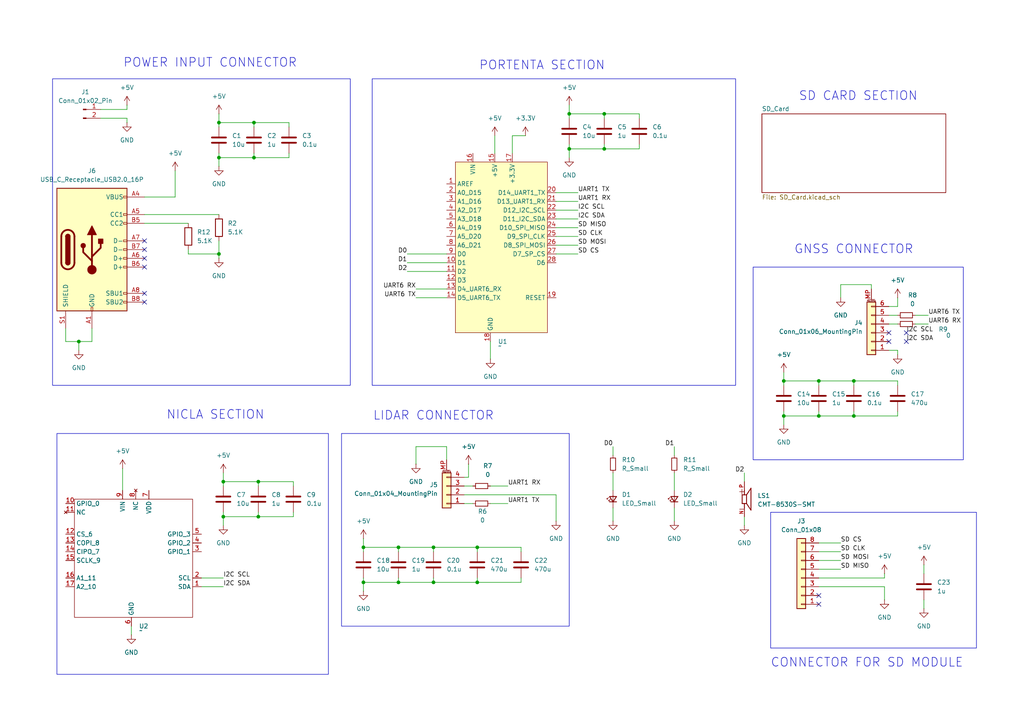
<source format=kicad_sch>
(kicad_sch (version 20231120) (generator "eeschema") (generator_version "8.0")
  (paper "A4")
  (title_block (title "SOTERIA BOARD") (date "14/01/2025") (rev "1.0") (company "UNIVERSITY OF WOLVERHAMPTON"))
  (lib_symbols
    (symbol "ABX00042:Portenta_H7"
      (property "Reference" "U" (at 8.636 22.606 0))
      (symbol "Portenta_H7_1_0"
        (pin power_out line (at 2.54 22.86 270) (length 2.54) (name "+3.3V") (number "17"))
      )
      (symbol "Portenta_H7_1_1"
        (rectangle (start -13.97 20.32) (end 12.7 -29.21) (fill (type background)))
        (pin input line (at -16.51 13.97 0) (length 2.54) (name "AREF") (number "1"))
        (pin bidirectional line (at -16.51 -8.89 0) (length 2.54) (name "D1") (number "10"))
        (pin bidirectional line (at -16.51 -11.43 0) (length 2.54) (name "D2") (number "11"))
        (pin bidirectional line (at -16.51 -13.97 0) (length 2.54) (name "D3") (number "12"))
        (pin bidirectional line (at -16.51 -16.51 0) (length 2.54) (name "D4_UART6_RX") (number "13"))
        (pin bidirectional line (at -16.51 -19.05 0) (length 2.54) (name "D5_UART6_TX") (number "14"))
        (pin power_out line (at -2.54 22.86 270) (length 2.54) (name "+5V") (number "15"))
        (pin input line (at -8.89 22.86 270) (length 2.54) (name "VIN") (number "16"))
        (pin power_in line (at -3.81 -31.75 90) (length 2.54) (name "GND") (number "18"))
        (pin input line (at 15.24 -19.05 180) (length 2.54) (name "RESET") (number "19"))
        (pin bidirectional line (at -16.51 11.43 0) (length 2.54) (name "A0_D15") (number "2"))
        (pin bidirectional line (at 15.24 11.43 180) (length 2.54) (name "D14_UART1_TX") (number "20"))
        (pin bidirectional line (at 15.24 8.89 180) (length 2.54) (name "D13_UART1_RX") (number "21"))
        (pin bidirectional line (at 15.24 6.35 180) (length 2.54) (name "D12_I2C_SCL") (number "22"))
        (pin bidirectional line (at 15.24 3.81 180) (length 2.54) (name "D11_I2C_SDA") (number "23"))
        (pin bidirectional line (at 15.24 1.27 180) (length 2.54) (name "D10_SPI_MISO") (number "24"))
        (pin bidirectional line (at 15.24 -1.27 180) (length 2.54) (name "D9_SPI_CLK") (number "25"))
        (pin bidirectional line (at 15.24 -3.81 180) (length 2.54) (name "D8_SPI_MOSI") (number "26"))
        (pin bidirectional line (at 15.24 -6.35 180) (length 2.54) (name "D7_SP_CS") (number "27"))
        (pin bidirectional line (at 15.24 -8.89 180) (length 2.54) (name "D6") (number "28"))
        (pin bidirectional line (at -16.51 8.89 0) (length 2.54) (name "A1_D16") (number "3"))
        (pin bidirectional line (at -16.51 6.35 0) (length 2.54) (name "A2_D17") (number "4"))
        (pin bidirectional line (at -16.51 3.81 0) (length 2.54) (name "A3_D18") (number "5"))
        (pin bidirectional line (at -16.51 1.27 0) (length 2.54) (name "A4_D19") (number "6"))
        (pin bidirectional line (at -16.51 -1.27 0) (length 2.54) (name "A5_D20") (number "7"))
        (pin bidirectional line (at -16.51 -3.81 0) (length 2.54) (name "A6_D21") (number "8"))
        (pin bidirectional line (at -16.51 -6.35 0) (length 2.54) (name "D0") (number "9"))
      )
    )
    (symbol "CMT-8530S-SMT:CMT-8530S-SMT" (pin_names (offset 1.016))
      (property "Reference" "LS" (at -3.8224 8.919 0))
      (property "Value" "CMT-8530S-SMT" (at -3.8208 -11.4625 0))
      (symbol "CMT-8530S-SMT_0_0"
        (polyline (pts (xy -0.635 -1.27) (xy -0.635 1.27)) (stroke (width 0.254)))
        (polyline (pts (xy -0.635 1.27) (xy 0 1.27)) (stroke (width 0.254)))
        (polyline (pts (xy 0 -1.27) (xy -0.635 -1.27)) (stroke (width 0.254)))
        (polyline (pts (xy 0 -1.27) (xy 0 -2.54)) (stroke (width 0.254)))
        (polyline (pts (xy 0 1.27) (xy 0 2.54)) (stroke (width 0.254)))
        (polyline (pts (xy 0 1.27) (xy 0.635 1.27)) (stroke (width 0.254)))
        (polyline (pts (xy 0.635 -1.27) (xy 0 -1.27)) (stroke (width 0.254)))
        (polyline (pts (xy 0.635 1.27) (xy 0.635 -1.27)) (stroke (width 0.254)))
        (polyline (pts (xy 0.635 1.27) (xy 1.905 3.175)) (stroke (width 0.254)))
        (polyline (pts (xy 1.905 -3.175) (xy 0.635 -1.27)) (stroke (width 0.254)))
        (polyline (pts (xy 1.905 3.175) (xy 1.905 -3.175)) (stroke (width 0.254)))
        (text "+" (at -1.9116 1.2744 0) (effects (font (size 1.7841 1.7841)) (justify left bottom)))
        (text "-" (at -1.9123 -3.8068 0) (effects (font (size 1.7848 1.7848)) (justify left bottom)))
        (pin passive line (at 0 -5.08 90) (length 2.54) (name "~") (number "N"))
        (pin passive line (at 0 5.08 270) (length 2.54) (name "~") (number "P"))
      )
    )
    (symbol "Connector:Conn_01x02_Pin" (pin_names (offset 1.016) hide)
      (property "Reference" "J" (at 0 2.54 0))
      (property "Value" "Conn_01x02_Pin" (at 0 -5.08 0))
      (symbol "Conn_01x02_Pin_1_1"
        (polyline (pts (xy 1.27 -2.54) (xy 0.8636 -2.54)) (stroke (width 0.1524)))
        (polyline (pts (xy 1.27 0) (xy 0.8636 0)) (stroke (width 0.1524)))
        (rectangle (start 0.8636 -2.413) (end 0 -2.667) (stroke (width 0.1524)) (fill (type outline)))
        (rectangle (start 0.8636 0.127) (end 0 -0.127) (stroke (width 0.1524)) (fill (type outline)))
        (pin passive line (at 5.08 0 180) (length 3.81) (name "Pin_1") (number "1"))
        (pin passive line (at 5.08 -2.54 180) (length 3.81) (name "Pin_2") (number "2"))
      )
    )
    (symbol "Connector:USB_C_Receptacle_USB2.0_16P" (pin_names (offset 1.016))
      (property "Reference" "J" (at 0 22.225 0))
      (property "Value" "USB_C_Receptacle_USB2.0_16P" (at 0 19.685 0))
      (symbol "USB_C_Receptacle_USB2.0_16P_0_0"
        (rectangle (start -0.254 -17.78) (end 0.254 -16.764))
        (rectangle (start 10.16 -14.986) (end 9.144 -15.494))
        (rectangle (start 10.16 -12.446) (end 9.144 -12.954))
        (rectangle (start 10.16 -4.826) (end 9.144 -5.334))
        (rectangle (start 10.16 -2.286) (end 9.144 -2.794))
        (rectangle (start 10.16 0.254) (end 9.144 -0.254))
        (rectangle (start 10.16 2.794) (end 9.144 2.286))
        (rectangle (start 10.16 7.874) (end 9.144 7.366))
        (rectangle (start 10.16 10.414) (end 9.144 9.906))
        (rectangle (start 10.16 15.494) (end 9.144 14.986))
      )
      (symbol "USB_C_Receptacle_USB2.0_16P_0_1"
        (rectangle (start -10.16 17.78) (end 10.16 -17.78) (stroke (width 0.254)) (fill (type background)))
        (arc (start -8.89 -3.81) (mid -6.985 -5.7067) (end -5.08 -3.81) (stroke (width 0.508)))
        (arc (start -7.62 -3.81) (mid -6.985 -4.4423) (end -6.35 -3.81) (stroke (width 0.254)))
        (arc (start -7.62 -3.81) (mid -6.985 -4.4423) (end -6.35 -3.81) (stroke (width 0.254)) (fill (type outline)))
        (rectangle (start -7.62 -3.81) (end -6.35 3.81) (stroke (width 0.254)) (fill (type outline)))
        (arc (start -6.35 3.81) (mid -6.985 4.4423) (end -7.62 3.81) (stroke (width 0.254)))
        (arc (start -6.35 3.81) (mid -6.985 4.4423) (end -7.62 3.81) (stroke (width 0.254)) (fill (type outline)))
        (arc (start -5.08 3.81) (mid -6.985 5.7067) (end -8.89 3.81) (stroke (width 0.508)))
        (circle (center -2.54 1.143) (radius 0.635) (stroke (width 0.254)) (fill (type outline)))
        (circle (center 0 -5.842) (radius 1.27) (fill (type outline)))
        (polyline (pts (xy -8.89 -3.81) (xy -8.89 3.81)) (stroke (width 0.508)))
        (polyline (pts (xy -5.08 3.81) (xy -5.08 -3.81)) (stroke (width 0.508)))
        (polyline (pts (xy 0 -5.842) (xy 0 4.318)) (stroke (width 0.508)))
        (polyline (pts (xy 0 -3.302) (xy -2.54 -0.762) (xy -2.54 0.508)) (stroke (width 0.508)))
        (polyline (pts (xy 0 -2.032) (xy 2.54 0.508) (xy 2.54 1.778)) (stroke (width 0.508)))
        (polyline (pts (xy -1.27 4.318) (xy 0 6.858) (xy 1.27 4.318) (xy -1.27 4.318)) (stroke (width 0.254)) (fill (type outline)))
        (rectangle (start 1.905 1.778) (end 3.175 3.048) (stroke (width 0.254)) (fill (type outline)))
      )
      (symbol "USB_C_Receptacle_USB2.0_16P_1_1"
        (pin passive line (at 0 -22.86 90) (length 5.08) (name "GND") (number "A1"))
        (pin passive line (at 0 -22.86 90) (length 5.08) hide (name "GND") (number "A12"))
        (pin passive line (at 15.24 15.24 180) (length 5.08) (name "VBUS") (number "A4"))
        (pin bidirectional line (at 15.24 10.16 180) (length 5.08) (name "CC1") (number "A5"))
        (pin bidirectional line (at 15.24 -2.54 180) (length 5.08) (name "D+") (number "A6"))
        (pin bidirectional line (at 15.24 2.54 180) (length 5.08) (name "D-") (number "A7"))
        (pin bidirectional line (at 15.24 -12.7 180) (length 5.08) (name "SBU1") (number "A8"))
        (pin passive line (at 15.24 15.24 180) (length 5.08) hide (name "VBUS") (number "A9"))
        (pin passive line (at 0 -22.86 90) (length 5.08) hide (name "GND") (number "B1"))
        (pin passive line (at 0 -22.86 90) (length 5.08) hide (name "GND") (number "B12"))
        (pin passive line (at 15.24 15.24 180) (length 5.08) hide (name "VBUS") (number "B4"))
        (pin bidirectional line (at 15.24 7.62 180) (length 5.08) (name "CC2") (number "B5"))
        (pin bidirectional line (at 15.24 -5.08 180) (length 5.08) (name "D+") (number "B6"))
        (pin bidirectional line (at 15.24 0 180) (length 5.08) (name "D-") (number "B7"))
        (pin bidirectional line (at 15.24 -15.24 180) (length 5.08) (name "SBU2") (number "B8"))
        (pin passive line (at 15.24 15.24 180) (length 5.08) hide (name "VBUS") (number "B9"))
        (pin passive line (at -7.62 -22.86 90) (length 5.08) (name "SHIELD") (number "S1"))
      )
    )
    (symbol "Connector_Generic:Conn_01x08" (pin_names (offset 1.016) hide)
      (property "Reference" "J" (at 0 10.16 0))
      (property "Value" "Conn_01x08" (at 0 -12.7 0))
      (symbol "Conn_01x08_1_1"
        (rectangle (start -1.27 -10.033) (end 0 -10.287) (stroke (width 0.1524)))
        (rectangle (start -1.27 -7.493) (end 0 -7.747) (stroke (width 0.1524)))
        (rectangle (start -1.27 -4.953) (end 0 -5.207) (stroke (width 0.1524)))
        (rectangle (start -1.27 -2.413) (end 0 -2.667) (stroke (width 0.1524)))
        (rectangle (start -1.27 0.127) (end 0 -0.127) (stroke (width 0.1524)))
        (rectangle (start -1.27 2.667) (end 0 2.413) (stroke (width 0.1524)))
        (rectangle (start -1.27 5.207) (end 0 4.953) (stroke (width 0.1524)))
        (rectangle (start -1.27 7.747) (end 0 7.493) (stroke (width 0.1524)))
        (rectangle (start -1.27 8.89) (end 1.27 -11.43) (stroke (width 0.254)) (fill (type background)))
        (pin passive line (at -5.08 7.62 0) (length 3.81) (name "Pin_1") (number "1"))
        (pin passive line (at -5.08 5.08 0) (length 3.81) (name "Pin_2") (number "2"))
        (pin passive line (at -5.08 2.54 0) (length 3.81) (name "Pin_3") (number "3"))
        (pin passive line (at -5.08 0 0) (length 3.81) (name "Pin_4") (number "4"))
        (pin passive line (at -5.08 -2.54 0) (length 3.81) (name "Pin_5") (number "5"))
        (pin passive line (at -5.08 -5.08 0) (length 3.81) (name "Pin_6") (number "6"))
        (pin passive line (at -5.08 -7.62 0) (length 3.81) (name "Pin_7") (number "7"))
        (pin passive line (at -5.08 -10.16 0) (length 3.81) (name "Pin_8") (number "8"))
      )
    )
    (symbol "Connector_Generic_MountingPin:Conn_01x04_MountingPin" (pin_names (offset 1.016) hide)
      (property "Reference" "J" (at 0 5.08 0))
      (property "Value" "Conn_01x04_MountingPin" (at 1.27 -7.62 0))
      (symbol "Conn_01x04_MountingPin_1_1"
        (rectangle (start -1.27 -4.953) (end 0 -5.207) (stroke (width 0.1524)))
        (rectangle (start -1.27 -2.413) (end 0 -2.667) (stroke (width 0.1524)))
        (rectangle (start -1.27 0.127) (end 0 -0.127) (stroke (width 0.1524)))
        (rectangle (start -1.27 2.667) (end 0 2.413) (stroke (width 0.1524)))
        (rectangle (start -1.27 3.81) (end 1.27 -6.35) (stroke (width 0.254)) (fill (type background)))
        (polyline (pts (xy -1.016 -7.112) (xy 1.016 -7.112)) (stroke (width 0.1524)))
        (text "Mounting" (at 0 -6.731 0) (effects (font (size 0.381 0.381))))
        (pin passive line (at -5.08 2.54 0) (length 3.81) (name "Pin_1") (number "1"))
        (pin passive line (at -5.08 0 0) (length 3.81) (name "Pin_2") (number "2"))
        (pin passive line (at -5.08 -2.54 0) (length 3.81) (name "Pin_3") (number "3"))
        (pin passive line (at -5.08 -5.08 0) (length 3.81) (name "Pin_4") (number "4"))
        (pin passive line (at 0 -10.16 90) (length 3.048) (name "MountPin") (number "MP"))
      )
    )
    (symbol "Connector_Generic_MountingPin:Conn_01x06_MountingPin" (pin_names (offset 1.016) hide)
      (property "Reference" "J" (at 0 7.62 0))
      (property "Value" "Conn_01x06_MountingPin" (at 1.27 -10.16 0))
      (symbol "Conn_01x06_MountingPin_1_1"
        (rectangle (start -1.27 -7.493) (end 0 -7.747) (stroke (width 0.1524)))
        (rectangle (start -1.27 -4.953) (end 0 -5.207) (stroke (width 0.1524)))
        (rectangle (start -1.27 -2.413) (end 0 -2.667) (stroke (width 0.1524)))
        (rectangle (start -1.27 0.127) (end 0 -0.127) (stroke (width 0.1524)))
        (rectangle (start -1.27 2.667) (end 0 2.413) (stroke (width 0.1524)))
        (rectangle (start -1.27 5.207) (end 0 4.953) (stroke (width 0.1524)))
        (rectangle (start -1.27 6.35) (end 1.27 -8.89) (stroke (width 0.254)) (fill (type background)))
        (polyline (pts (xy -1.016 -9.652) (xy 1.016 -9.652)) (stroke (width 0.1524)))
        (text "Mounting" (at 0 -9.271 0) (effects (font (size 0.381 0.381))))
        (pin passive line (at -5.08 5.08 0) (length 3.81) (name "Pin_1") (number "1"))
        (pin passive line (at -5.08 2.54 0) (length 3.81) (name "Pin_2") (number "2"))
        (pin passive line (at -5.08 0 0) (length 3.81) (name "Pin_3") (number "3"))
        (pin passive line (at -5.08 -2.54 0) (length 3.81) (name "Pin_4") (number "4"))
        (pin passive line (at -5.08 -5.08 0) (length 3.81) (name "Pin_5") (number "5"))
        (pin passive line (at -5.08 -7.62 0) (length 3.81) (name "Pin_6") (number "6"))
        (pin passive line (at 0 -12.7 90) (length 3.048) (name "MountPin") (number "MP"))
      )
    )
    (symbol "Device:C" (pin_numbers hide) (pin_names (offset 0.254))
      (property "Reference" "C" (at 0.635 2.54 0))
      (property "Value" "C" (at 0.635 -2.54 0))
      (symbol "C_0_1"
        (polyline (pts (xy -2.032 -0.762) (xy 2.032 -0.762)) (stroke (width 0.508)))
        (polyline (pts (xy -2.032 0.762) (xy 2.032 0.762)) (stroke (width 0.508)))
      )
      (symbol "C_1_1"
        (pin passive line (at 0 3.81 270) (length 2.794) (name "~") (number "1"))
        (pin passive line (at 0 -3.81 90) (length 2.794) (name "~") (number "2"))
      )
    )
    (symbol "Device:LED_Small" (pin_numbers hide) (pin_names (offset 0.254) hide)
      (property "Reference" "D" (at -1.27 3.175 0))
      (property "Value" "LED_Small" (at -4.445 -2.54 0))
      (symbol "LED_Small_0_1"
        (polyline (pts (xy -0.762 -1.016) (xy -0.762 1.016)) (stroke (width 0.254)))
        (polyline (pts (xy 1.016 0) (xy -0.762 0)))
        (polyline (pts (xy 0.762 -1.016) (xy -0.762 0) (xy 0.762 1.016) (xy 0.762 -1.016)) (stroke (width 0.254)))
        (polyline (pts (xy 0 0.762) (xy -0.508 1.27) (xy -0.254 1.27) (xy -0.508 1.27) (xy -0.508 1.016)))
        (polyline (pts (xy 0.508 1.27) (xy 0 1.778) (xy 0.254 1.778) (xy 0 1.778) (xy 0 1.524)))
      )
      (symbol "LED_Small_1_1"
        (pin passive line (at -2.54 0 0) (length 1.778) (name "K") (number "1"))
        (pin passive line (at 2.54 0 180) (length 1.778) (name "A") (number "2"))
      )
    )
    (symbol "Device:R" (pin_numbers hide) (pin_names (offset 0))
      (property "Reference" "R" (at 2.032 0 90))
      (property "Value" "R" (at 0 0 90))
      (symbol "R_0_1"
        (rectangle (start -1.016 -2.54) (end 1.016 2.54) (stroke (width 0.254)))
      )
      (symbol "R_1_1"
        (pin passive line (at 0 3.81 270) (length 1.27) (name "~") (number "1"))
        (pin passive line (at 0 -3.81 90) (length 1.27) (name "~") (number "2"))
      )
    )
    (symbol "Device:R_Small" (pin_numbers hide) (pin_names (offset 0.254) hide)
      (property "Reference" "R" (at 0.762 0.508 0))
      (property "Value" "R_Small" (at 0.762 -1.016 0))
      (symbol "R_Small_0_1"
        (rectangle (start -0.762 1.778) (end 0.762 -1.778) (stroke (width 0.2032)))
      )
      (symbol "R_Small_1_1"
        (pin passive line (at 0 2.54 270) (length 0.762) (name "~") (number "1"))
        (pin passive line (at 0 -2.54 90) (length 0.762) (name "~") (number "2"))
      )
    )
    (symbol "Nicla:Nicla"
      (property "Reference" "U" (at -13.97 17.78 0))
      (symbol "Nicla_0_1"
        (rectangle (start -16.51 16.51) (end 17.78 -17.78))
      )
      (symbol "Nicla_1_1"
        (pin bidirectional line (at 20.32 -8.89 180) (length 2.54) (name "SDA") (number "1"))
        (pin bidirectional line (at -19.05 15.24 0) (length 2.54) (name "GPIO_0") (number "10"))
        (pin no_connect line (at -19.05 12.7 0) (length 2.54) (name "NC") (number "11"))
        (pin bidirectional line (at -19.05 6.35 0) (length 2.54) (name "CS_6") (number "12"))
        (pin bidirectional line (at -19.05 3.81 0) (length 2.54) (name "COPI_8") (number "13"))
        (pin bidirectional line (at -19.05 1.27 0) (length 2.54) (name "CIPO_7") (number "14"))
        (pin bidirectional line (at -19.05 -1.27 0) (length 2.54) (name "SCLK_9") (number "15"))
        (pin bidirectional line (at -19.05 -6.35 0) (length 2.54) (name "A1_11") (number "16"))
        (pin bidirectional line (at -19.05 -8.89 0) (length 2.54) (name "A2_10") (number "17"))
        (pin bidirectional line (at 20.32 -6.35 180) (length 2.54) (name "SCL") (number "2"))
        (pin bidirectional line (at 20.32 1.27 180) (length 2.54) (name "GPIO_1") (number "3"))
        (pin bidirectional line (at 20.32 3.81 180) (length 2.54) (name "GPIO_2") (number "4"))
        (pin bidirectional line (at 20.32 6.35 180) (length 2.54) (name "GPIO_3") (number "5"))
        (pin power_out line (at 0 -20.32 90) (length 2.54) (name "GND") (number "6"))
        (pin power_out line (at 5.08 19.05 270) (length 2.54) (name "VDD") (number "7"))
        (pin no_connect line (at 1.27 19.05 270) (length 2.54) (name "NC") (number "8"))
        (pin power_in line (at -2.54 19.05 270) (length 2.54) (name "VIN") (number "9"))
      )
    )
    (symbol "power:+3.3V" (power) (pin_numbers hide) (pin_names (offset 0) hide)
      (property "Value" "+3.3V" (at 0 3.556 0))
      (symbol "+3.3V_0_1"
        (polyline (pts (xy -0.762 1.27) (xy 0 2.54)))
        (polyline (pts (xy 0 0) (xy 0 2.54)))
        (polyline (pts (xy 0 2.54) (xy 0.762 1.27)))
      )
      (symbol "+3.3V_1_1"
        (pin power_in line (at 0 0 90) (length 0) (name "~") (number "1"))
      )
    )
    (symbol "power:+5V" (power) (pin_numbers hide) (pin_names (offset 0) hide)
      (property "Value" "+5V" (at 0 3.556 0))
      (symbol "+5V_0_1"
        (polyline (pts (xy -0.762 1.27) (xy 0 2.54)))
        (polyline (pts (xy 0 0) (xy 0 2.54)))
        (polyline (pts (xy 0 2.54) (xy 0.762 1.27)))
      )
      (symbol "+5V_1_1"
        (pin power_in line (at 0 0 90) (length 0) (name "~") (number "1"))
      )
    )
    (symbol "power:GND" (power) (pin_numbers hide) (pin_names (offset 0) hide)
      (property "Value" "GND" (at 0 -3.81 0))
      (symbol "GND_0_1"
        (polyline (pts (xy 0 0) (xy 0 -1.27) (xy 1.27 -1.27) (xy 0 -2.54) (xy -1.27 -1.27) (xy 0 -1.27)))
      )
      (symbol "GND_1_1"
        (pin power_in line (at 0 0 270) (length 0) (name "~") (number "1"))
      )
    )
  )
  (junction (at 74.93 139.7))
  (junction (at 64.77 149.86))
  (junction (at 237.49 110.49))
  (junction (at 105.41 158.75))
  (junction (at 138.43 168.91))
  (junction (at 138.43 158.75))
  (junction (at 73.66 45.72))
  (junction (at 115.57 168.91))
  (junction (at 175.26 43.18))
  (junction (at 237.49 120.65))
  (junction (at 247.65 120.65))
  (junction (at 74.93 149.86))
  (junction (at 63.5 35.56))
  (junction (at 227.33 120.65))
  (junction (at 247.65 110.49))
  (junction (at 165.1 33.02))
  (junction (at 73.66 35.56))
  (junction (at 63.5 73.66))
  (junction (at 115.57 158.75))
  (junction (at 165.1 43.18))
  (junction (at 227.33 110.49))
  (junction (at 125.73 158.75))
  (junction (at 64.77 139.7))
  (junction (at 125.73 168.91))
  (junction (at 105.41 168.91))
  (junction (at 63.5 45.72))
  (junction (at 22.86 99.06))
  (junction (at 175.26 33.02))
  (no_connect (at 257.81 96.52))
  (no_connect (at 262.89 99.06))
  (no_connect (at 41.91 72.39))
  (no_connect (at 41.91 77.47))
  (no_connect (at 237.49 172.72))
  (no_connect (at 237.49 175.26))
  (no_connect (at 41.91 87.63))
  (no_connect (at 41.91 85.09))
  (no_connect (at 41.91 69.85))
  (no_connect (at 41.91 74.93))
  (no_connect (at 262.89 96.52))
  (no_connect (at 257.81 99.06))
  (wire (pts (xy 64.77 139.7) (xy 64.77 140.97)))
  (wire (pts (xy 143.51 39.37) (xy 143.51 44.45)))
  (wire (pts (xy 74.93 149.86) (xy 64.77 149.86)))
  (wire (pts (xy 260.35 120.65) (xy 247.65 120.65)))
  (wire (pts (xy 64.77 137.16) (xy 64.77 139.7)))
  (wire (pts (xy 227.33 120.65) (xy 227.33 123.19)))
  (wire (pts (xy 58.42 170.18) (xy 64.77 170.18)))
  (wire (pts (xy 161.29 151.13) (xy 161.29 143.51)))
  (wire (pts (xy 22.86 99.06) (xy 26.67 99.06)))
  (wire (pts (xy 237.49 110.49) (xy 227.33 110.49)))
  (wire (pts (xy 185.42 43.18) (xy 175.26 43.18)))
  (wire (pts (xy 161.29 68.58) (xy 167.64 68.58)))
  (wire (pts (xy 161.29 73.66) (xy 167.64 73.66)))
  (wire (pts (xy 175.26 43.18) (xy 165.1 43.18)))
  (wire (pts (xy 105.41 168.91) (xy 105.41 171.45)))
  (wire (pts (xy 237.49 162.56) (xy 243.84 162.56)))
  (wire (pts (xy 148.59 39.37) (xy 152.4 39.37)))
  (wire (pts (xy 138.43 167.64) (xy 138.43 168.91)))
  (wire (pts (xy 58.42 167.64) (xy 64.77 167.64)))
  (wire (pts (xy 257.81 93.98) (xy 260.35 93.98)))
  (wire (pts (xy 260.35 111.76) (xy 260.35 110.49)))
  (wire (pts (xy 129.54 133.35) (xy 129.54 129.54)))
  (wire (pts (xy 161.29 71.12) (xy 167.64 71.12)))
  (wire (pts (xy 83.82 35.56) (xy 73.66 35.56)))
  (wire (pts (xy 74.93 139.7) (xy 64.77 139.7)))
  (wire (pts (xy 118.11 76.2) (xy 129.54 76.2)))
  (wire (pts (xy 38.1 181.61) (xy 38.1 184.15)))
  (wire (pts (xy 256.54 170.18) (xy 237.49 170.18)))
  (wire (pts (xy 125.73 167.64) (xy 125.73 168.91)))
  (wire (pts (xy 125.73 168.91) (xy 115.57 168.91)))
  (wire (pts (xy 151.13 167.64) (xy 151.13 168.91)))
  (wire (pts (xy 175.26 33.02) (xy 165.1 33.02)))
  (wire (pts (xy 175.26 34.29) (xy 175.26 33.02)))
  (wire (pts (xy 85.09 149.86) (xy 74.93 149.86)))
  (wire (pts (xy 115.57 160.02) (xy 115.57 158.75)))
  (wire (pts (xy 161.29 55.88) (xy 167.64 55.88)))
  (wire (pts (xy 247.65 111.76) (xy 247.65 110.49)))
  (wire (pts (xy 54.61 72.39) (xy 54.61 73.66)))
  (wire (pts (xy 63.5 35.56) (xy 63.5 36.83)))
  (wire (pts (xy 115.57 158.75) (xy 105.41 158.75)))
  (wire (pts (xy 73.66 44.45) (xy 73.66 45.72)))
  (wire (pts (xy 161.29 143.51) (xy 134.62 143.51)))
  (wire (pts (xy 73.66 45.72) (xy 63.5 45.72)))
  (wire (pts (xy 148.59 44.45) (xy 148.59 39.37)))
  (wire (pts (xy 256.54 173.99) (xy 256.54 170.18)))
  (wire (pts (xy 134.62 140.97) (xy 137.16 140.97)))
  (wire (pts (xy 256.54 167.64) (xy 237.49 167.64)))
  (wire (pts (xy 237.49 120.65) (xy 227.33 120.65)))
  (wire (pts (xy 265.43 91.44) (xy 269.24 91.44)))
  (wire (pts (xy 19.05 99.06) (xy 22.86 99.06)))
  (wire (pts (xy 118.11 73.66) (xy 129.54 73.66)))
  (wire (pts (xy 64.77 149.86) (xy 64.77 152.4)))
  (wire (pts (xy 26.67 99.06) (xy 26.67 95.25)))
  (wire (pts (xy 227.33 119.38) (xy 227.33 120.65)))
  (wire (pts (xy 195.58 129.54) (xy 195.58 132.08)))
  (wire (pts (xy 105.41 158.75) (xy 105.41 160.02)))
  (wire (pts (xy 115.57 168.91) (xy 105.41 168.91)))
  (wire (pts (xy 175.26 41.91) (xy 175.26 43.18)))
  (wire (pts (xy 265.43 93.98) (xy 269.24 93.98)))
  (wire (pts (xy 256.54 166.37) (xy 256.54 167.64)))
  (wire (pts (xy 118.11 78.74) (xy 129.54 78.74)))
  (wire (pts (xy 227.33 110.49) (xy 227.33 111.76)))
  (wire (pts (xy 35.56 135.89) (xy 35.56 142.24)))
  (wire (pts (xy 165.1 33.02) (xy 165.1 34.29)))
  (wire (pts (xy 125.73 158.75) (xy 115.57 158.75)))
  (wire (pts (xy 19.05 95.25) (xy 19.05 99.06)))
  (wire (pts (xy 50.8 57.15) (xy 50.8 49.53)))
  (wire (pts (xy 36.83 34.29) (xy 36.83 35.56)))
  (wire (pts (xy 36.83 31.75) (xy 29.21 31.75)))
  (wire (pts (xy 138.43 158.75) (xy 125.73 158.75)))
  (wire (pts (xy 267.97 163.83) (xy 267.97 166.37)))
  (wire (pts (xy 165.1 41.91) (xy 165.1 43.18)))
  (wire (pts (xy 105.41 156.21) (xy 105.41 158.75)))
  (wire (pts (xy 142.24 140.97) (xy 147.32 140.97)))
  (wire (pts (xy 41.91 62.23) (xy 63.5 62.23)))
  (wire (pts (xy 165.1 30.48) (xy 165.1 33.02)))
  (wire (pts (xy 185.42 33.02) (xy 175.26 33.02)))
  (wire (pts (xy 260.35 86.36) (xy 260.35 88.9)))
  (wire (pts (xy 260.35 110.49) (xy 247.65 110.49)))
  (wire (pts (xy 85.09 139.7) (xy 74.93 139.7)))
  (wire (pts (xy 73.66 36.83) (xy 73.66 35.56)))
  (wire (pts (xy 63.5 74.93) (xy 63.5 73.66)))
  (wire (pts (xy 161.29 66.04) (xy 167.64 66.04)))
  (wire (pts (xy 177.8 129.54) (xy 177.8 132.08)))
  (wire (pts (xy 237.49 160.02) (xy 243.84 160.02)))
  (wire (pts (xy 135.89 134.62) (xy 135.89 138.43)))
  (wire (pts (xy 142.24 146.05) (xy 147.32 146.05)))
  (wire (pts (xy 29.21 34.29) (xy 36.83 34.29)))
  (wire (pts (xy 64.77 148.59) (xy 64.77 149.86)))
  (wire (pts (xy 85.09 148.59) (xy 85.09 149.86)))
  (wire (pts (xy 74.93 140.97) (xy 74.93 139.7)))
  (wire (pts (xy 247.65 119.38) (xy 247.65 120.65)))
  (wire (pts (xy 252.73 83.82) (xy 252.73 82.55)))
  (wire (pts (xy 41.91 57.15) (xy 50.8 57.15)))
  (wire (pts (xy 142.24 99.06) (xy 142.24 104.14)))
  (wire (pts (xy 260.35 101.6) (xy 257.81 101.6)))
  (wire (pts (xy 125.73 160.02) (xy 125.73 158.75)))
  (wire (pts (xy 138.43 168.91) (xy 125.73 168.91)))
  (wire (pts (xy 177.8 137.16) (xy 177.8 142.24)))
  (wire (pts (xy 161.29 58.42) (xy 167.64 58.42)))
  (wire (pts (xy 247.65 110.49) (xy 237.49 110.49)))
  (wire (pts (xy 41.91 64.77) (xy 54.61 64.77)))
  (wire (pts (xy 134.62 146.05) (xy 137.16 146.05)))
  (wire (pts (xy 151.13 160.02) (xy 151.13 158.75)))
  (wire (pts (xy 260.35 102.87) (xy 260.35 101.6)))
  (wire (pts (xy 260.35 119.38) (xy 260.35 120.65)))
  (wire (pts (xy 165.1 43.18) (xy 165.1 45.72)))
  (wire (pts (xy 243.84 82.55) (xy 243.84 86.36)))
  (wire (pts (xy 22.86 99.06) (xy 22.86 101.6)))
  (wire (pts (xy 63.5 33.02) (xy 63.5 35.56)))
  (wire (pts (xy 129.54 129.54) (xy 120.65 129.54)))
  (wire (pts (xy 54.61 73.66) (xy 63.5 73.66)))
  (wire (pts (xy 237.49 157.48) (xy 243.84 157.48)))
  (wire (pts (xy 83.82 45.72) (xy 73.66 45.72)))
  (wire (pts (xy 73.66 35.56) (xy 63.5 35.56)))
  (wire (pts (xy 151.13 168.91) (xy 138.43 168.91)))
  (wire (pts (xy 247.65 120.65) (xy 237.49 120.65)))
  (wire (pts (xy 227.33 107.95) (xy 227.33 110.49)))
  (wire (pts (xy 63.5 45.72) (xy 63.5 48.26)))
  (wire (pts (xy 237.49 119.38) (xy 237.49 120.65)))
  (wire (pts (xy 215.9 149.86) (xy 215.9 152.4)))
  (wire (pts (xy 63.5 73.66) (xy 63.5 69.85)))
  (wire (pts (xy 120.65 129.54) (xy 120.65 134.62)))
  (wire (pts (xy 115.57 167.64) (xy 115.57 168.91)))
  (wire (pts (xy 161.29 63.5) (xy 167.64 63.5)))
  (wire (pts (xy 105.41 167.64) (xy 105.41 168.91)))
  (wire (pts (xy 36.83 30.48) (xy 36.83 31.75)))
  (wire (pts (xy 63.5 44.45) (xy 63.5 45.72)))
  (wire (pts (xy 185.42 34.29) (xy 185.42 33.02)))
  (wire (pts (xy 74.93 148.59) (xy 74.93 149.86)))
  (wire (pts (xy 138.43 160.02) (xy 138.43 158.75)))
  (wire (pts (xy 135.89 138.43) (xy 134.62 138.43)))
  (wire (pts (xy 195.58 137.16) (xy 195.58 142.24)))
  (wire (pts (xy 237.49 165.1) (xy 243.84 165.1)))
  (wire (pts (xy 151.13 158.75) (xy 138.43 158.75)))
  (wire (pts (xy 161.29 60.96) (xy 167.64 60.96)))
  (wire (pts (xy 215.9 137.16) (xy 215.9 139.7)))
  (wire (pts (xy 257.81 91.44) (xy 260.35 91.44)))
  (wire (pts (xy 260.35 88.9) (xy 257.81 88.9)))
  (wire (pts (xy 177.8 147.32) (xy 177.8 151.13)))
  (wire (pts (xy 83.82 36.83) (xy 83.82 35.56)))
  (wire (pts (xy 237.49 111.76) (xy 237.49 110.49)))
  (wire (pts (xy 120.65 86.36) (xy 129.54 86.36)))
  (wire (pts (xy 267.97 173.99) (xy 267.97 176.53)))
  (wire (pts (xy 83.82 44.45) (xy 83.82 45.72)))
  (wire (pts (xy 120.65 83.82) (xy 129.54 83.82)))
  (wire (pts (xy 185.42 41.91) (xy 185.42 43.18)))
  (wire (pts (xy 85.09 140.97) (xy 85.09 139.7)))
  (wire (pts (xy 252.73 82.55) (xy 243.84 82.55)))
  (wire (pts (xy 195.58 147.32) (xy 195.58 151.13)))
  (rectangle (start 107.95 22.86) (end 213.36 111.76))
  (rectangle (start 99.06 125.73) (end 165.1 181.61))
  (rectangle (start 16.51 125.73) (end 95.25 195.58))
  (rectangle (start 218.44 77.47) (end 279.4 133.35))
  (rectangle (start 15.24 22.86) (end 101.6 111.76))
  (text_box "" (at 223.52 148.59 0) (size 59.69 39.37) (effects (font (size 1.27 1.27)) (justify left top)))
  (text "NICLA SECTION\n" (at 62.484 120.396 0) (effects (font (size 2.54 2.54))))
  (text "POWER INPUT CONNECTOR\n" (at 60.96 18.288 0) (effects (font (size 2.54 2.54))))
  (text "LIDAR CONNECTOR\n" (at 125.73 120.65 0) (effects (font (size 2.54 2.54))))
  (text "PORTENTA SECTION\n" (at 157.226 19.05 0) (effects (font (size 2.54 2.54))))
  (text "SD CARD SECTION\n" (at 248.92 27.94 0) (effects (font (size 2.54 2.54))))
  (text "GNSS CONNECTOR\n" (at 247.65 72.39 0) (effects (font (size 2.54 2.54))))
  (text "CONNECTOR FOR SD MODULE" (at 251.46 192.278 0) (effects (font (size 2.54 2.54))))
  (label "I2C SDA" (at 262.89 99.06 0))
  (label "UART1 RX" (at 167.64 58.42 0))
  (label "SD MISO" (at 243.84 165.1 0))
  (label "D0" (at 177.8 129.54 180))
  (label "UART1 RX" (at 147.32 140.97 0))
  (label "I2C SDA" (at 167.64 63.5 0))
  (label "D2" (at 215.9 137.16 180))
  (label "I2C SDA" (at 64.77 170.18 0))
  (label "UART6 RX" (at 269.24 93.98 0))
  (label "SD MOSI" (at 167.64 71.12 0))
  (label "D1" (at 118.11 76.2 180))
  (label "UART6 TX" (at 269.24 91.44 0))
  (label "UART6 TX" (at 120.65 86.36 180))
  (label "I2C SCL" (at 64.77 167.64 0))
  (label "D1" (at 195.58 129.54 180))
  (label "UART1 TX" (at 147.32 146.05 0))
  (label "I2C SCL" (at 262.89 96.52 0))
  (label "SD MOSI" (at 243.84 162.56 0))
  (label "SD CS" (at 167.64 73.66 0))
  (label "UART6 RX" (at 120.65 83.82 180))
  (label "SD CS" (at 243.84 157.48 0))
  (label "D2" (at 118.11 78.74 180))
  (label "I2C SCL" (at 167.64 60.96 0))
  (label "UART1 TX" (at 167.64 55.88 0))
  (label "SD MISO" (at 167.64 66.04 0))
  (label "D0" (at 118.11 73.66 180))
  (label "SD CLK" (at 243.84 160.02 0))
  (label "SD CLK" (at 167.64 68.58 0))
  (symbol (lib_id "power:+5V") (at 63.5 33.02 0) (unit 1)
    (property "Reference" "#PWR04" (effects (hide yes)))
    (property "Value" "+5V" (at 63.5 27.94 0))
    (property "Description" "Power symbol creates a global label with name \"+5V\"" (effects (hide yes)))
  )
  (symbol (lib_id "ABX00042:Portenta_H7") (at 146.05 67.31 0) (unit 1)
    (property "Reference" "U1" (at 144.4341 99.06 0) (effects (justify left)))
    (property "Value" "~" (at 144.4341 100.33 0) (effects (justify left)))
    (property "Footprint" "ABX00042:Portenta_H7" (effects (hide yes)))
  )
  (symbol (lib_id "power:+3.3V") (at 152.4 39.37 0) (unit 1)
    (property "Reference" "#PWR016" (effects (hide yes)))
    (property "Value" "+3.3V" (at 152.4 34.29 0))
    (property "Description" "Power symbol creates a global label with name \"+3.3V\"" (effects (hide yes)))
  )
  (symbol (lib_id "power:GND") (at 64.77 152.4 0) (unit 1)
    (property "Reference" "#PWR015" (effects (hide yes)))
    (property "Value" "GND" (at 64.77 157.48 0))
    (property "Description" "Power symbol creates a global label with name \"GND\" , ground" (effects (hide yes)))
  )
  (symbol (lib_id "power:+5V") (at 227.33 107.95 0) (unit 1)
    (property "Reference" "#PWR032" (effects (hide yes)))
    (property "Value" "+5V" (at 227.33 102.87 0))
    (property "Description" "Power symbol creates a global label with name \"+5V\"" (effects (hide yes)))
  )
  (symbol (lib_id "Device:C") (at 175.26 38.1 0) (unit 1)
    (property "Reference" "C5" (at 179.07 36.8299 0) (effects (justify left)))
    (property "Value" "1u" (at 179.07 39.3699 0) (effects (justify left)))
    (property "Footprint" "Capacitor_SMD:C_0805_2012Metric" (effects (hide yes)))
    (property "Description" "Unpolarized capacitor" (effects (hide yes)))
  )
  (symbol (lib_id "power:GND") (at 63.5 74.93 0) (unit 1)
    (property "Reference" "#PWR02" (effects (hide yes)))
    (property "Value" "GND" (at 63.5 80.01 0))
    (property "Description" "Power symbol creates a global label with name \"GND\" , ground" (effects (hide yes)))
  )
  (symbol (lib_id "Device:R_Small") (at 139.7 146.05 270) (unit 1)
    (property "Reference" "R6" (at 139.954 148.336 90))
    (property "Value" "0" (at 139.954 150.876 90))
    (property "Footprint" "Resistor_SMD:R_0805_2012Metric" (effects (hide yes)))
    (property "Description" "Resistor, small symbol" (effects (hide yes)))
  )
  (symbol (lib_id "Device:LED_Small") (at 195.58 144.78 90) (unit 1) (on_board no)
    (property "Reference" "D2" (at 198.12 143.4464 90) (effects (justify right)))
    (property "Value" "LED_Small" (at 198.12 145.9864 90) (effects (justify right)))
    (property "Footprint" "LED_SMD:LED_0805_2012Metric" (effects (hide yes)))
    (property "Description" "Light emitting diode, small symbol" (effects (hide yes)))
  )
  (symbol (lib_id "power:GND") (at 22.86 101.6 0) (unit 1)
    (property "Reference" "#PWR01" (effects (hide yes)))
    (property "Value" "GND" (at 22.86 106.68 0))
    (property "Description" "Power symbol creates a global label with name \"GND\" , ground" (effects (hide yes)))
  )
  (symbol (lib_id "Device:C") (at 237.49 115.57 0) (unit 1)
    (property "Reference" "C15" (at 241.3 114.2999 0) (effects (justify left)))
    (property "Value" "1u" (at 241.3 116.8399 0) (effects (justify left)))
    (property "Footprint" "Capacitor_SMD:C_0805_2012Metric" (effects (hide yes)))
    (property "Description" "Unpolarized capacitor" (effects (hide yes)))
  )
  (symbol (lib_id "Device:C") (at 63.5 40.64 0) (unit 1)
    (property "Reference" "C1" (at 67.31 39.3699 0) (effects (justify left)))
    (property "Value" "10u" (at 67.31 41.9099 0) (effects (justify left)))
    (property "Footprint" "Capacitor_SMD:C_0805_2012Metric" (effects (hide yes)))
    (property "Description" "Unpolarized capacitor" (effects (hide yes)))
  )
  (symbol (lib_id "Device:C") (at 267.97 170.18 0) (unit 1)
    (property "Reference" "C23" (at 271.78 168.9099 0) (effects (justify left)))
    (property "Value" "1u" (at 271.78 171.4499 0) (effects (justify left)))
    (property "Footprint" "Capacitor_SMD:C_0805_2012Metric" (effects (hide yes)))
    (property "Description" "Unpolarized capacitor" (effects (hide yes)))
  )
  (symbol (lib_id "power:+5V") (at 143.51 39.37 0) (unit 1)
    (property "Reference" "#PWR06" (effects (hide yes)))
    (property "Value" "+5V" (at 143.51 34.29 0))
    (property "Description" "Power symbol creates a global label with name \"+5V\"" (effects (hide yes)))
  )
  (symbol (lib_id "power:+5V") (at 165.1 30.48 0) (unit 1)
    (property "Reference" "#PWR012" (effects (hide yes)))
    (property "Value" "+5V" (at 165.1 25.4 0))
    (property "Description" "Power symbol creates a global label with name \"+5V\"" (effects (hide yes)))
  )
  (symbol (lib_id "Device:R") (at 63.5 66.04 0) (unit 1)
    (property "Reference" "R2" (at 66.04 64.7699 0) (effects (justify left)))
    (property "Value" "5.1K" (at 66.04 67.3099 0) (effects (justify left)))
    (property "Footprint" "Resistor_SMD:R_0805_2012Metric" (effects (hide yes)))
    (property "Description" "Resistor" (effects (hide yes)))
  )
  (symbol (lib_id "Device:C") (at 83.82 40.64 0) (unit 1)
    (property "Reference" "C3" (at 87.63 39.3699 0) (effects (justify left)))
    (property "Value" "0.1u" (at 87.63 41.9099 0) (effects (justify left)))
    (property "Footprint" "Capacitor_SMD:C_0805_2012Metric" (effects (hide yes)))
    (property "Description" "Unpolarized capacitor" (effects (hide yes)))
  )
  (symbol (lib_id "power:GND") (at 256.54 173.99 0) (unit 1)
    (property "Reference" "#PWR041" (effects (hide yes)))
    (property "Value" "GND" (at 256.54 179.07 0))
    (property "Description" "Power symbol creates a global label with name \"GND\" , ground" (effects (hide yes)))
  )
  (symbol (lib_id "Device:C") (at 73.66 40.64 0) (unit 1)
    (property "Reference" "C2" (at 77.47 39.3699 0) (effects (justify left)))
    (property "Value" "1u" (at 77.47 41.9099 0) (effects (justify left)))
    (property "Footprint" "Capacitor_SMD:C_0805_2012Metric" (effects (hide yes)))
    (property "Description" "Unpolarized capacitor" (effects (hide yes)))
  )
  (symbol (lib_id "power:GND") (at 142.24 104.14 0) (unit 1)
    (property "Reference" "#PWR07" (effects (hide yes)))
    (property "Value" "GND" (at 142.24 109.22 0))
    (property "Description" "Power symbol creates a global label with name \"GND\" , ground" (effects (hide yes)))
  )
  (symbol (lib_id "Device:C") (at 151.13 163.83 0) (unit 1)
    (property "Reference" "C22" (at 154.94 162.5599 0) (effects (justify left)))
    (property "Value" "470u" (at 154.94 165.0999 0) (effects (justify left)))
    (property "Footprint" "Capacitor_THT:CP_Radial_D5.0mm_P2.50mm" (effects (hide yes)))
    (property "Description" "Unpolarized capacitor" (effects (hide yes)))
  )
  (symbol (lib_id "power:+5V") (at 64.77 137.16 0) (unit 1)
    (property "Reference" "#PWR014" (effects (hide yes)))
    (property "Value" "+5V" (at 64.77 132.08 0))
    (property "Description" "Power symbol creates a global label with name \"+5V\"" (effects (hide yes)))
  )
  (symbol (lib_id "Device:C") (at 138.43 163.83 0) (unit 1)
    (property "Reference" "C21" (at 142.24 162.5599 0) (effects (justify left)))
    (property "Value" "470u" (at 142.24 165.0999 0) (effects (justify left)))
    (property "Footprint" "Capacitor_THT:CP_Radial_D5.0mm_P2.50mm" (effects (hide yes)))
    (property "Description" "Unpolarized capacitor" (effects (hide yes)))
  )
  (symbol (lib_id "Device:C") (at 227.33 115.57 0) (unit 1)
    (property "Reference" "C14" (at 231.14 114.2999 0) (effects (justify left)))
    (property "Value" "10u" (at 231.14 116.8399 0) (effects (justify left)))
    (property "Footprint" "Capacitor_SMD:C_0805_2012Metric" (effects (hide yes)))
    (property "Description" "Unpolarized capacitor" (effects (hide yes)))
  )
  (symbol (lib_id "power:GND") (at 227.33 123.19 0) (unit 1)
    (property "Reference" "#PWR033" (effects (hide yes)))
    (property "Value" "GND" (at 227.33 128.27 0))
    (property "Description" "Power symbol creates a global label with name \"GND\" , ground" (effects (hide yes)))
  )
  (symbol (lib_id "power:GND") (at 260.35 102.87 0) (unit 1)
    (property "Reference" "#PWR029" (effects (hide yes)))
    (property "Value" "GND" (at 260.35 107.95 0))
    (property "Description" "Power symbol creates a global label with name \"GND\" , ground" (effects (hide yes)))
  )
  (symbol (lib_id "Device:R_Small") (at 177.8 134.62 0) (unit 1) (on_board no)
    (property "Reference" "R10" (at 180.34 133.3499 0) (effects (justify left)))
    (property "Value" "R_Small" (at 180.34 135.8899 0) (effects (justify left)))
    (property "Footprint" "Resistor_SMD:R_0805_2012Metric" (effects (hide yes)))
    (property "Description" "Resistor, small symbol" (effects (hide yes)))
  )
  (symbol (lib_id "Device:LED_Small") (at 177.8 144.78 90) (unit 1) (on_board no)
    (property "Reference" "D1" (at 180.34 143.4464 90) (effects (justify right)))
    (property "Value" "LED_Small" (at 180.34 145.9864 90) (effects (justify right)))
    (property "Footprint" "LED_SMD:LED_0805_2012Metric" (effects (hide yes)))
    (property "Description" "Light emitting diode, small symbol" (effects (hide yes)))
  )
  (symbol (lib_id "Device:C") (at 125.73 163.83 0) (unit 1)
    (property "Reference" "C20" (at 129.54 162.5599 0) (effects (justify left)))
    (property "Value" "0.1u" (at 129.54 165.0999 0) (effects (justify left)))
    (property "Footprint" "Capacitor_SMD:C_0805_2012Metric" (effects (hide yes)))
    (property "Description" "Unpolarized capacitor" (effects (hide yes)))
  )
  (symbol (lib_id "Device:R_Small") (at 139.7 140.97 270) (unit 1)
    (property "Reference" "R7" (at 141.478 135.128 90))
    (property "Value" "0" (at 141.478 137.668 90))
    (property "Footprint" "Resistor_SMD:R_0805_2012Metric" (effects (hide yes)))
    (property "Description" "Resistor, small symbol" (effects (hide yes)))
  )
  (symbol (lib_id "Device:C") (at 115.57 163.83 0) (unit 1)
    (property "Reference" "C19" (at 119.38 162.5599 0) (effects (justify left)))
    (property "Value" "1u" (at 119.38 165.0999 0) (effects (justify left)))
    (property "Footprint" "Capacitor_SMD:C_0805_2012Metric" (effects (hide yes)))
    (property "Description" "Unpolarized capacitor" (effects (hide yes)))
  )
  (symbol (lib_id "power:+5V") (at 260.35 86.36 0) (unit 1)
    (property "Reference" "#PWR030" (effects (hide yes)))
    (property "Value" "+5V" (at 260.35 81.28 0))
    (property "Description" "Power symbol creates a global label with name \"+5V\"" (effects (hide yes)))
  )
  (symbol (lib_id "power:GND") (at 215.9 152.4 0) (unit 1) (on_board no)
    (property "Reference" "#PWR039" (effects (hide yes)))
    (property "Value" "GND" (at 215.9 157.48 0))
    (property "Description" "Power symbol creates a global label with name \"GND\" , ground" (effects (hide yes)))
  )
  (symbol (lib_id "Device:C") (at 247.65 115.57 0) (unit 1)
    (property "Reference" "C16" (at 251.46 114.2999 0) (effects (justify left)))
    (property "Value" "0.1u" (at 251.46 116.8399 0) (effects (justify left)))
    (property "Footprint" "Capacitor_SMD:C_0805_2012Metric" (effects (hide yes)))
    (property "Description" "Unpolarized capacitor" (effects (hide yes)))
  )
  (symbol (lib_id "power:GND") (at 63.5 48.26 0) (unit 1)
    (property "Reference" "#PWR05" (effects (hide yes)))
    (property "Value" "GND" (at 63.5 53.34 0))
    (property "Description" "Power symbol creates a global label with name \"GND\" , ground" (effects (hide yes)))
  )
  (symbol (lib_id "power:+5V") (at 267.97 163.83 0) (unit 1)
    (property "Reference" "#PWR042" (effects (hide yes)))
    (property "Value" "+5V" (at 267.97 158.75 0))
    (property "Description" "Power symbol creates a global label with name \"+5V\"" (effects (hide yes)))
  )
  (symbol (lib_id "power:GND") (at 36.83 35.56 0) (unit 1)
    (property "Reference" "#PWR09" (effects (hide yes)))
    (property "Value" "GND" (at 36.83 40.64 0))
    (property "Description" "Power symbol creates a global label with name \"GND\" , ground" (effects (hide yes)))
  )
  (symbol (lib_id "Connector_Generic_MountingPin:Conn_01x04_MountingPin") (at 129.54 143.51 180) (unit 1)
    (property "Reference" "J5" (at 127 140.6143 0) (effects (justify left)))
    (property "Value" "Conn_01x04_MountingPin" (at 127 143.1543 0) (effects (justify left)))
    (property "Footprint" "Connector_JST:JST_GH_SM04B-GHS-TB_1x04-1MP_P1.25mm_Horizontal" (effects (hide yes)))
    (property "Description" "Generic connectable mounting pin connector, single row, 01x04, script generated (kicad-library-utils/schlib/autogen/connector/)" (effects (hide yes)))
  )
  (symbol (lib_id "power:GND") (at 195.58 151.13 0) (unit 1) (on_board no)
    (property "Reference" "#PWR045" (effects (hide yes)))
    (property "Value" "GND" (at 195.58 156.21 0))
    (property "Description" "Power symbol creates a global label with name \"GND\" , ground" (effects (hide yes)))
  )
  (symbol (lib_id "Device:R") (at 54.61 68.58 0) (unit 1)
    (property "Reference" "R12" (at 57.15 67.3099 0) (effects (justify left)))
    (property "Value" "5.1K" (at 57.15 69.8499 0) (effects (justify left)))
    (property "Footprint" "Resistor_SMD:R_0805_2012Metric" (effects (hide yes)))
    (property "Description" "Resistor" (effects (hide yes)))
  )
  (symbol (lib_id "Connector_Generic:Conn_01x08") (at 232.41 167.64 180) (unit 1)
    (property "Reference" "J3" (at 232.41 151.13 0))
    (property "Value" "Conn_01x08" (at 232.41 153.67 0))
    (property "Footprint" "Connector_PinHeader_2.54mm:PinHeader_1x08_P2.54mm_Vertical" (effects (hide yes)))
    (property "Description" "Generic connector, single row, 01x08, script generated (kicad-library-utils/schlib/autogen/connector/)" (effects (hide yes)))
  )
  (symbol (lib_id "Device:C") (at 105.41 163.83 0) (unit 1)
    (property "Reference" "C18" (at 109.22 162.5599 0) (effects (justify left)))
    (property "Value" "10u" (at 109.22 165.0999 0) (effects (justify left)))
    (property "Footprint" "Capacitor_SMD:C_0805_2012Metric" (effects (hide yes)))
    (property "Description" "Unpolarized capacitor" (effects (hide yes)))
  )
  (symbol (lib_id "power:+5V") (at 50.8 49.53 0) (unit 1)
    (property "Reference" "#PWR03" (effects (hide yes)))
    (property "Value" "+5V" (at 50.8 44.45 0))
    (property "Description" "Power symbol creates a global label with name \"+5V\"" (effects (hide yes)))
  )
  (symbol (lib_id "CMT-8530S-SMT:CMT-8530S-SMT") (at 215.9 144.78 0) (unit 1) (on_board no)
    (property "Reference" "LS1" (at 219.71 143.7581 0) (effects (justify left)))
    (property "Value" "CMT-8530S-SMT" (at 219.71 146.2981 0) (effects (justify left)))
    (property "Footprint" "Library:CUI_CMT-8530S-SMT" (effects (hide yes)))
    (property "MF" "Same Sky" (effects (hide yes)))
    (property "Description_1" "\n                        \n                            8.5 mm, 3.6 Vo-p, 90 dB, Surface Mount (SMT), Magnetic Audio Transducer Buzzer\n                        \n" (effects (hide yes)))
    (property "Package" "None" (effects (hide yes)))
    (property "Price" "None" (effects (hide yes)))
    (property "SnapEDA_Link" "https://www.snapeda.com/parts/CMT-8530S-SMT-TR/Same+Sky/view-part/?ref=snap" (effects (hide yes)))
    (property "MP" "CMT-8530S-SMT-TR" (effects (hide yes)))
    (property "Availability" "In Stock" (effects (hide yes)))
    (property "Check_prices" "https://www.snapeda.com/parts/CMT-8530S-SMT-TR/Same+Sky/view-part/?ref=eda" (effects (hide yes)))
  )
  (symbol (lib_id "Device:R_Small") (at 195.58 134.62 0) (unit 1) (on_board no)
    (property "Reference" "R11" (at 198.12 133.3499 0) (effects (justify left)))
    (property "Value" "R_Small" (at 198.12 135.8899 0) (effects (justify left)))
    (property "Footprint" "Resistor_SMD:R_0805_2012Metric" (effects (hide yes)))
    (property "Description" "Resistor, small symbol" (effects (hide yes)))
  )
  (symbol (lib_id "power:GND") (at 165.1 45.72 0) (unit 1)
    (property "Reference" "#PWR013" (effects (hide yes)))
    (property "Value" "GND" (at 165.1 50.8 0))
    (property "Description" "Power symbol creates a global label with name \"GND\" , ground" (effects (hide yes)))
  )
  (symbol (lib_id "Connector_Generic_MountingPin:Conn_01x06_MountingPin") (at 252.73 96.52 180) (unit 1)
    (property "Reference" "J4" (at 250.19 93.6243 0) (effects (justify left)))
    (property "Value" "Conn_01x06_MountingPin" (at 250.19 96.1643 0) (effects (justify left)))
    (property "Footprint" "Connector_JST:JST_GH_SM06B-GHS-TB_1x06-1MP_P1.25mm_Horizontal" (effects (hide yes)))
    (property "Description" "Generic connectable mounting pin connector, single row, 01x06, script generated (kicad-library-utils/schlib/autogen/connector/)" (effects (hide yes)))
  )
  (symbol (lib_id "power:+5V") (at 36.83 30.48 0) (unit 1)
    (property "Reference" "#PWR08" (effects (hide yes)))
    (property "Value" "+5V" (at 36.83 25.4 0))
    (property "Description" "Power symbol creates a global label with name \"+5V\"" (effects (hide yes)))
  )
  (symbol (lib_id "power:GND") (at 267.97 176.53 0) (unit 1)
    (property "Reference" "#PWR043" (effects (hide yes)))
    (property "Value" "GND" (at 267.97 181.61 0))
    (property "Description" "Power symbol creates a global label with name \"GND\" , ground" (effects (hide yes)))
  )
  (symbol (lib_id "Device:R_Small") (at 262.89 93.98 270) (unit 1)
    (property "Reference" "R9" (at 273.558 95.504 90))
    (property "Value" "0" (at 275.082 97.282 90))
    (property "Footprint" "Resistor_SMD:R_0805_2012Metric" (effects (hide yes)))
    (property "Description" "Resistor, small symbol" (effects (hide yes)))
  )
  (symbol (lib_id "Connector:USB_C_Receptacle_USB2.0_16P") (at 26.67 72.39 0) (unit 1)
    (property "Reference" "J6" (at 26.67 49.53 0))
    (property "Value" "USB_C_Receptacle_USB2.0_16P" (at 26.67 52.07 0))
    (property "Footprint" "Connector_USB:USB_C_Receptacle_G-Switch_GT-USB-7010ASV" (effects (hide yes)))
    (property "Datasheet" "https://www.usb.org/sites/default/files/documents/usb_type-c.zip" (effects (hide yes)))
    (property "Description" "USB 2.0-only 16P Type-C Receptacle connector" (effects (hide yes)))
  )
  (symbol (lib_id "Device:R_Small") (at 262.89 91.44 270) (unit 1)
    (property "Reference" "R8" (at 264.668 85.598 90))
    (property "Value" "0" (at 264.668 88.138 90))
    (property "Footprint" "Resistor_SMD:R_0805_2012Metric" (effects (hide yes)))
    (property "Description" "Resistor, small symbol" (effects (hide yes)))
  )
  (symbol (lib_id "power:GND") (at 105.41 171.45 0) (unit 1)
    (property "Reference" "#PWR035" (effects (hide yes)))
    (property "Value" "GND" (at 105.41 176.53 0))
    (property "Description" "Power symbol creates a global label with name \"GND\" , ground" (effects (hide yes)))
  )
  (symbol (lib_id "Device:C") (at 74.93 144.78 0) (unit 1)
    (property "Reference" "C8" (at 78.74 143.5099 0) (effects (justify left)))
    (property "Value" "1u" (at 78.74 146.0499 0) (effects (justify left)))
    (property "Footprint" "Capacitor_SMD:C_0805_2012Metric" (effects (hide yes)))
    (property "Description" "Unpolarized capacitor" (effects (hide yes)))
  )
  (symbol (lib_id "Nicla:Nicla") (at 38.1 161.29 0) (unit 1)
    (property "Reference" "U2" (at 40.2941 181.61 0) (effects (justify left)))
    (property "Value" "~" (at 40.2941 182.88 0) (effects (justify left)))
    (property "Footprint" "ABX00042:Nicla" (effects (hide yes)))
  )
  (symbol (lib_id "power:GND") (at 120.65 134.62 0) (unit 1)
    (property "Reference" "#PWR038" (effects (hide yes)))
    (property "Value" "GND" (at 120.65 139.7 0))
    (property "Description" "Power symbol creates a global label with name \"GND\" , ground" (effects (hide yes)))
  )
  (symbol (lib_id "power:GND") (at 177.8 151.13 0) (unit 1) (on_board no)
    (property "Reference" "#PWR044" (effects (hide yes)))
    (property "Value" "GND" (at 177.8 156.21 0))
    (property "Description" "Power symbol creates a global label with name \"GND\" , ground" (effects (hide yes)))
  )
  (symbol (lib_id "power:GND") (at 243.84 86.36 0) (unit 1)
    (property "Reference" "#PWR031" (effects (hide yes)))
    (property "Value" "GND" (at 243.84 91.44 0))
    (property "Description" "Power symbol creates a global label with name \"GND\" , ground" (effects (hide yes)))
  )
  (symbol (lib_id "power:+5V") (at 35.56 135.89 0) (unit 1)
    (property "Reference" "#PWR011" (effects (hide yes)))
    (property "Value" "+5V" (at 35.56 130.81 0))
    (property "Description" "Power symbol creates a global label with name \"+5V\"" (effects (hide yes)))
  )
  (symbol (lib_id "power:+5V") (at 135.89 134.62 0) (unit 1)
    (property "Reference" "#PWR037" (effects (hide yes)))
    (property "Value" "+5V" (at 135.89 129.54 0))
    (property "Description" "Power symbol creates a global label with name \"+5V\"" (effects (hide yes)))
  )
  (symbol (lib_id "power:GND") (at 161.29 151.13 0) (unit 1)
    (property "Reference" "#PWR036" (effects (hide yes)))
    (property "Value" "GND" (at 161.29 156.21 0))
    (property "Description" "Power symbol creates a global label with name \"GND\" , ground" (effects (hide yes)))
  )
  (symbol (lib_id "Device:C") (at 185.42 38.1 0) (unit 1)
    (property "Reference" "C6" (at 189.23 36.8299 0) (effects (justify left)))
    (property "Value" "0.1u" (at 189.23 39.3699 0) (effects (justify left)))
    (property "Footprint" "Capacitor_SMD:C_0805_2012Metric" (effects (hide yes)))
    (property "Description" "Unpolarized capacitor" (effects (hide yes)))
  )
  (symbol (lib_id "Device:C") (at 85.09 144.78 0) (unit 1)
    (property "Reference" "C9" (at 88.9 143.5099 0) (effects (justify left)))
    (property "Value" "0.1u" (at 88.9 146.0499 0) (effects (justify left)))
    (property "Footprint" "Capacitor_SMD:C_0805_2012Metric" (effects (hide yes)))
    (property "Description" "Unpolarized capacitor" (effects (hide yes)))
  )
  (symbol (lib_id "Connector:Conn_01x02_Pin") (at 24.13 31.75 0) (unit 1)
    (property "Reference" "J1" (at 24.765 26.67 0))
    (property "Value" "Conn_01x02_Pin" (at 24.765 29.21 0))
    (property "Footprint" "Connector_PinHeader_2.54mm:PinHeader_1x02_P2.54mm_Vertical" (effects (hide yes)))
    (property "Description" "Generic connector, single row, 01x02, script generated" (effects (hide yes)))
  )
  (symbol (lib_id "Device:C") (at 260.35 115.57 0) (unit 1)
    (property "Reference" "C17" (at 264.16 114.2999 0) (effects (justify left)))
    (property "Value" "470u" (at 264.16 116.8399 0) (effects (justify left)))
    (property "Footprint" "Capacitor_THT:CP_Radial_D5.0mm_P2.50mm" (effects (hide yes)))
    (property "Description" "Unpolarized capacitor" (effects (hide yes)))
  )
  (symbol (lib_id "power:+5V") (at 256.54 166.37 0) (unit 1)
    (property "Reference" "#PWR040" (effects (hide yes)))
    (property "Value" "+5V" (at 256.54 161.29 0))
    (property "Description" "Power symbol creates a global label with name \"+5V\"" (effects (hide yes)))
  )
  (symbol (lib_id "power:+5V") (at 105.41 156.21 0) (unit 1)
    (property "Reference" "#PWR034" (effects (hide yes)))
    (property "Value" "+5V" (at 105.41 151.13 0))
    (property "Description" "Power symbol creates a global label with name \"+5V\"" (effects (hide yes)))
  )
  (symbol (lib_id "power:GND") (at 38.1 184.15 0) (unit 1)
    (property "Reference" "#PWR010" (effects (hide yes)))
    (property "Value" "GND" (at 38.1 189.23 0))
    (property "Description" "Power symbol creates a global label with name \"GND\" , ground" (effects (hide yes)))
  )
  (symbol (lib_id "Device:C") (at 64.77 144.78 0) (unit 1)
    (property "Reference" "C7" (at 68.58 143.5099 0) (effects (justify left)))
    (property "Value" "10u" (at 68.58 146.0499 0) (effects (justify left)))
    (property "Footprint" "Capacitor_SMD:C_0805_2012Metric" (effects (hide yes)))
    (property "Description" "Unpolarized capacitor" (effects (hide yes)))
  )
  (symbol (lib_id "Device:C") (at 165.1 38.1 0) (unit 1)
    (property "Reference" "C4" (at 168.91 36.8299 0) (effects (justify left)))
    (property "Value" "10u" (at 168.91 39.3699 0) (effects (justify left)))
    (property "Footprint" "Capacitor_SMD:C_0805_2012Metric" (effects (hide yes)))
    (property "Description" "Unpolarized capacitor" (effects (hide yes)))
  )
  (sheet (at 220.98 33.02) (size 53.34 22.86) (stroke (width 0.1524))
    (property "Sheetname" "SD_Card" (at 220.98 32.3084 0) (effects (justify left bottom)))
    (property "Sheetfile" "SD_Card.kicad_sch" (at 220.98 56.4646 0) (effects (justify left top)))
  )
)
</source>
